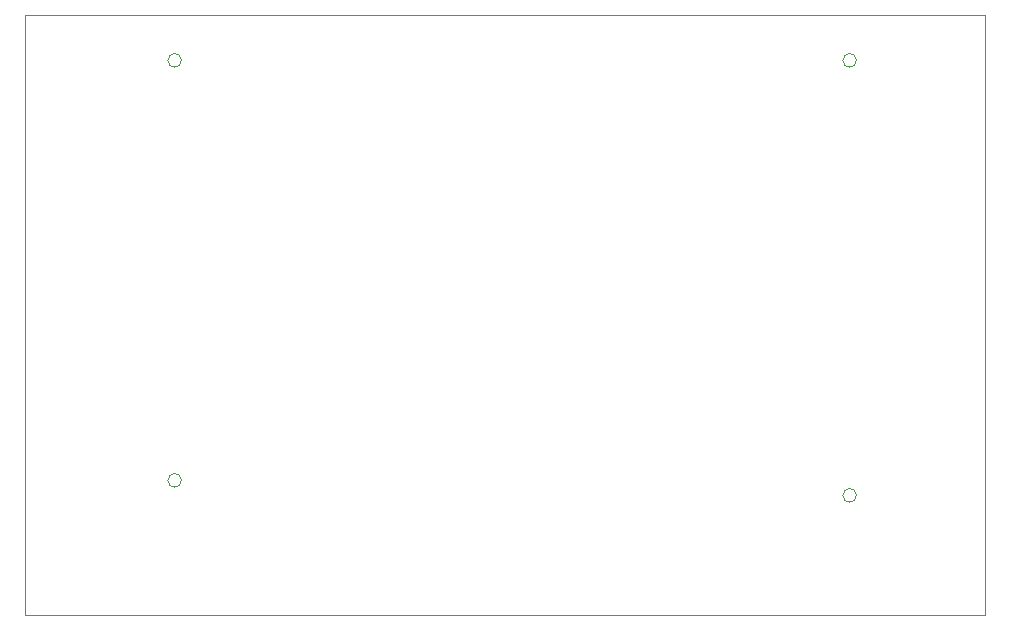
<source format=gbr>
%TF.GenerationSoftware,KiCad,Pcbnew,(6.0.6)*%
%TF.CreationDate,2023-08-27T23:28:48-04:00*%
%TF.ProjectId,STM32,53544d33-322e-46b6-9963-61645f706362,rev?*%
%TF.SameCoordinates,Original*%
%TF.FileFunction,Profile,NP*%
%FSLAX46Y46*%
G04 Gerber Fmt 4.6, Leading zero omitted, Abs format (unit mm)*
G04 Created by KiCad (PCBNEW (6.0.6)) date 2023-08-27 23:28:48*
%MOMM*%
%LPD*%
G01*
G04 APERTURE LIST*
%TA.AperFunction,Profile*%
%ADD10C,0.100000*%
%TD*%
G04 APERTURE END LIST*
D10*
X71696000Y-74930000D02*
G75*
G03*
X71696000Y-74930000I-576000J0D01*
G01*
X71696000Y-110490000D02*
G75*
G03*
X71696000Y-110490000I-576000J0D01*
G01*
X139700000Y-71120000D02*
X58420000Y-71120000D01*
X128846000Y-74930000D02*
G75*
G03*
X128846000Y-74930000I-576000J0D01*
G01*
X139700000Y-121920000D02*
X139700000Y-71120000D01*
X58420000Y-71120000D02*
X58420000Y-121920000D01*
X128846000Y-111760000D02*
G75*
G03*
X128846000Y-111760000I-576000J0D01*
G01*
X58420000Y-121920000D02*
X139700000Y-121920000D01*
M02*

</source>
